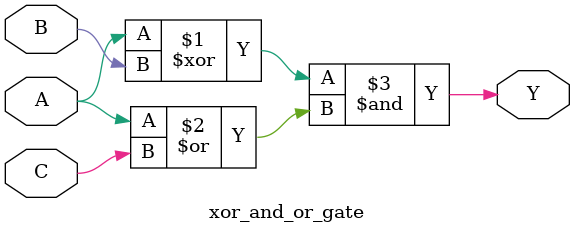
<source format=sv>
module xor_and_or_gate (
    input wire A, B, C,   // 输入A, B, C
    output wire Y         // 输出Y
);
    assign Y = (A ^ B) & (A | C);  // 异或、与、或组合
endmodule

</source>
